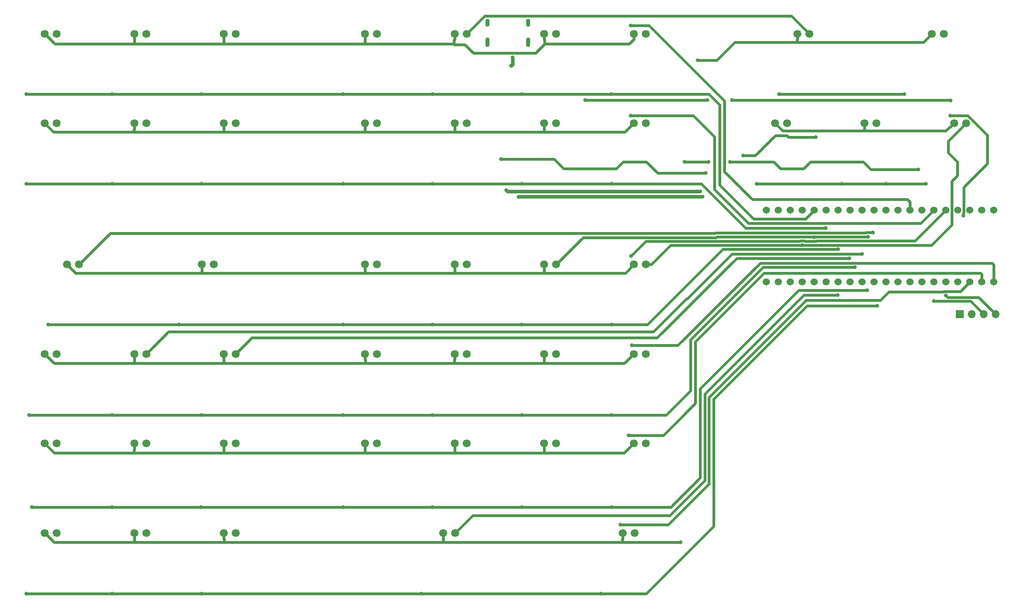
<source format=gtl>
G04 #@! TF.GenerationSoftware,KiCad,Pcbnew,(6.0.7)*
G04 #@! TF.CreationDate,2023-02-05T05:30:46+01:00*
G04 #@! TF.ProjectId,DaVinciKbd,44615669-6e63-4694-9b62-642e6b696361,rev?*
G04 #@! TF.SameCoordinates,Original*
G04 #@! TF.FileFunction,Copper,L1,Top*
G04 #@! TF.FilePolarity,Positive*
%FSLAX46Y46*%
G04 Gerber Fmt 4.6, Leading zero omitted, Abs format (unit mm)*
G04 Created by KiCad (PCBNEW (6.0.7)) date 2023-02-05 05:30:46*
%MOMM*%
%LPD*%
G01*
G04 APERTURE LIST*
G04 #@! TA.AperFunction,ComponentPad*
%ADD10C,1.690600*%
G04 #@! TD*
G04 #@! TA.AperFunction,ComponentPad*
%ADD11R,1.700000X1.700000*%
G04 #@! TD*
G04 #@! TA.AperFunction,ComponentPad*
%ADD12O,1.700000X1.700000*%
G04 #@! TD*
G04 #@! TA.AperFunction,ComponentPad*
%ADD13C,1.524000*%
G04 #@! TD*
G04 #@! TA.AperFunction,ComponentPad*
%ADD14O,0.900000X1.700000*%
G04 #@! TD*
G04 #@! TA.AperFunction,ComponentPad*
%ADD15O,0.900000X2.000000*%
G04 #@! TD*
G04 #@! TA.AperFunction,ViaPad*
%ADD16C,0.800000*%
G04 #@! TD*
G04 #@! TA.AperFunction,Conductor*
%ADD17C,0.600000*%
G04 #@! TD*
G04 #@! TA.AperFunction,Conductor*
%ADD18C,0.800000*%
G04 #@! TD*
G04 APERTURE END LIST*
D10*
X35270000Y-41920000D03*
X32730000Y-41920000D03*
X35270000Y-60920000D03*
X32730000Y-60920000D03*
X35270000Y-109920000D03*
X32730000Y-109920000D03*
X35270000Y-128920000D03*
X32730000Y-128920000D03*
X35270000Y-147920000D03*
X32730000Y-147920000D03*
X54270000Y-41920000D03*
X51730000Y-41920000D03*
X54270000Y-60920000D03*
X51730000Y-60920000D03*
X54270000Y-109920000D03*
X51730000Y-109920000D03*
X54270000Y-128920000D03*
X51730000Y-128920000D03*
X54270000Y-147920000D03*
X51730000Y-147920000D03*
X73270000Y-41920000D03*
X70730000Y-41920000D03*
X73270000Y-60920000D03*
X70730000Y-60920000D03*
X73270000Y-109920000D03*
X70730000Y-109920000D03*
X73270000Y-128920000D03*
X70730000Y-128920000D03*
X73270000Y-147920000D03*
X70730000Y-147920000D03*
X195020000Y-41920000D03*
X192480000Y-41920000D03*
X190270000Y-60920000D03*
X187730000Y-60920000D03*
X209270000Y-60920000D03*
X206730000Y-60920000D03*
X228270000Y-60920000D03*
X225730000Y-60920000D03*
X40020000Y-90920000D03*
X37480000Y-90920000D03*
X103270000Y-60920000D03*
X100730000Y-60920000D03*
X141270000Y-41920000D03*
X138730000Y-41920000D03*
X122270000Y-60920000D03*
X119730000Y-60920000D03*
X103270000Y-41920000D03*
X100730000Y-41920000D03*
X141270000Y-60920000D03*
X138730000Y-60920000D03*
X122270000Y-41920000D03*
X119730000Y-41920000D03*
X160270000Y-60920000D03*
X157730000Y-60920000D03*
X160270000Y-41920000D03*
X157730000Y-41920000D03*
X157970000Y-147920000D03*
X155430000Y-147920000D03*
X160270000Y-128920000D03*
X157730000Y-128920000D03*
X160270000Y-90920000D03*
X157730000Y-90920000D03*
X141270000Y-128920000D03*
X138730000Y-128920000D03*
X141270000Y-109920000D03*
X138730000Y-109920000D03*
X122270000Y-109920000D03*
X119730000Y-109920000D03*
X103270000Y-109920000D03*
X100730000Y-109920000D03*
X141270000Y-90920000D03*
X138730000Y-90920000D03*
X119870000Y-147920000D03*
X117330000Y-147920000D03*
X160270000Y-109920000D03*
X157730000Y-109920000D03*
X122270000Y-128920000D03*
X119730000Y-128920000D03*
X103270000Y-128920000D03*
X100730000Y-128920000D03*
X122270000Y-90920000D03*
X119730000Y-90920000D03*
X223520000Y-41920000D03*
X220980000Y-41920000D03*
X68570000Y-90920000D03*
X66030000Y-90920000D03*
X103270000Y-90920000D03*
X100730000Y-90920000D03*
D11*
X226920000Y-101500000D03*
D12*
X229460000Y-101500000D03*
X232000000Y-101500000D03*
X234540000Y-101500000D03*
D13*
X229050000Y-79380000D03*
X185870000Y-94620000D03*
X190950000Y-94620000D03*
X188410000Y-94620000D03*
X234130000Y-79380000D03*
X231590000Y-79380000D03*
X226510000Y-79380000D03*
X196030000Y-79380000D03*
X198570000Y-79380000D03*
X201110000Y-79380000D03*
X203650000Y-79380000D03*
X206190000Y-79380000D03*
X208730000Y-79380000D03*
X211270000Y-79380000D03*
X213810000Y-79380000D03*
X223970000Y-94620000D03*
X221430000Y-94620000D03*
X218890000Y-94620000D03*
X216350000Y-94620000D03*
X213810000Y-94620000D03*
X211270000Y-94620000D03*
X216350000Y-79380000D03*
X218890000Y-79380000D03*
X208730000Y-94620000D03*
X206190000Y-94620000D03*
X203650000Y-94620000D03*
X201110000Y-94620000D03*
X198570000Y-94620000D03*
X196030000Y-94620000D03*
X193490000Y-94620000D03*
X221430000Y-79380000D03*
X223970000Y-79380000D03*
X234130000Y-94620000D03*
X231590000Y-94620000D03*
X229050000Y-94620000D03*
X226510000Y-94620000D03*
X188410000Y-79380000D03*
X190950000Y-79380000D03*
X193490000Y-79380000D03*
X185870000Y-79380000D03*
D14*
X126680000Y-39560000D03*
X135320000Y-39560000D03*
D15*
X126680000Y-43730000D03*
X135320000Y-43730000D03*
D16*
X221400000Y-98700000D03*
X224000000Y-97500000D03*
X208499988Y-84099988D03*
X152900000Y-54700000D03*
X47000000Y-54700000D03*
X115000000Y-54700000D03*
X28800000Y-54700000D03*
X134000000Y-54700000D03*
X96000000Y-54700000D03*
X66000000Y-54700000D03*
X157100000Y-40200000D03*
X28800000Y-73800000D03*
X96000000Y-73800000D03*
X198500000Y-83200000D03*
X47000000Y-73800000D03*
X66000000Y-73800000D03*
X134000000Y-73800000D03*
X153000000Y-73800000D03*
X115000000Y-73800000D03*
X153000000Y-103700000D03*
X201100000Y-87700000D03*
X115000000Y-103700000D03*
X96000000Y-103700000D03*
X134000000Y-103700000D03*
X61200000Y-103700000D03*
X33500000Y-103700000D03*
X157100000Y-59300000D03*
X115000000Y-122900000D03*
X204700000Y-91500000D03*
X29400000Y-122900000D03*
X134000000Y-122900000D03*
X47000000Y-122900000D03*
X66000000Y-122900000D03*
X96000000Y-122900000D03*
X153000000Y-122900000D03*
X157200000Y-89100000D03*
X157300000Y-108100000D03*
X207300000Y-96400000D03*
X96000000Y-142400000D03*
X30000000Y-142400000D03*
X65900000Y-142400000D03*
X134000000Y-142400000D03*
X153000000Y-142400000D03*
X47000000Y-142400000D03*
X115000000Y-142400000D03*
X66000000Y-160800000D03*
X112600000Y-160800000D03*
X28800000Y-160800000D03*
X215200000Y-54700000D03*
X150700000Y-160800000D03*
X209400000Y-99700000D03*
X188600000Y-54700000D03*
X47000000Y-160800000D03*
X156700000Y-127200000D03*
X206200000Y-88700000D03*
X203500000Y-89600000D03*
X201000000Y-97400000D03*
X207452001Y-84999990D03*
X196000000Y-85099979D03*
X193500000Y-86800000D03*
X154900000Y-146200000D03*
X201900000Y-73800000D03*
X219700000Y-73800000D03*
X211300000Y-73800000D03*
X183800000Y-73800000D03*
X196410000Y-63900000D03*
X173000000Y-71500000D03*
X181000000Y-67800000D03*
X129550000Y-68500000D03*
X178600000Y-56000000D03*
X147410000Y-56000000D03*
X173300000Y-56000000D03*
X225000000Y-56050000D03*
X178200000Y-69100000D03*
X173600000Y-69100000D03*
X168500000Y-69100000D03*
X218100000Y-70700000D03*
X227662821Y-80572001D03*
X224900000Y-59300000D03*
X171300000Y-47500000D03*
X167700000Y-149900000D03*
X133250000Y-76550000D03*
X131700000Y-48750000D03*
X132000000Y-46900000D03*
X172300000Y-76500000D03*
X171800000Y-75400000D03*
X130650000Y-75150000D03*
D17*
X229200000Y-98700000D02*
X221965685Y-98700000D01*
X221965685Y-98700000D02*
X221400000Y-98700000D01*
X232000000Y-101500000D02*
X229200000Y-98700000D01*
X224399999Y-97899999D02*
X230939999Y-97899999D01*
X230939999Y-97899999D02*
X233690001Y-100650001D01*
X233690001Y-100650001D02*
X234540000Y-101500000D01*
X224000000Y-97500000D02*
X224399999Y-97899999D01*
X174968613Y-84300001D02*
X175068636Y-84199978D01*
X40020000Y-90920000D02*
X46639999Y-84300001D01*
X207019999Y-84099988D02*
X207934303Y-84099988D01*
X207934303Y-84099988D02*
X208499988Y-84099988D01*
X208499988Y-84099988D02*
X208600000Y-84200000D01*
X206920009Y-84199978D02*
X207019999Y-84099988D01*
X46639999Y-84300001D02*
X174968613Y-84300001D01*
X175068636Y-84199978D02*
X206920009Y-84199978D01*
X115000000Y-54700000D02*
X134000000Y-54700000D01*
X152900000Y-54700000D02*
X173700000Y-54700000D01*
X194210000Y-81200000D02*
X196030000Y-79380000D01*
X47000000Y-54700000D02*
X66000000Y-54700000D01*
X66000000Y-54700000D02*
X96000000Y-54700000D01*
X28800000Y-54700000D02*
X47000000Y-54700000D01*
X176000000Y-57000000D02*
X176000000Y-74000000D01*
X176000000Y-74000000D02*
X183200000Y-81200000D01*
X134000000Y-54700000D02*
X152900000Y-54700000D01*
X183200000Y-81200000D02*
X194210000Y-81200000D01*
X173700000Y-54700000D02*
X176000000Y-57000000D01*
X96000000Y-54700000D02*
X115000000Y-54700000D01*
X177000000Y-56200000D02*
X161000000Y-40200000D01*
X161000000Y-40200000D02*
X157100000Y-40200000D01*
X216350000Y-77650000D02*
X215800000Y-77100000D01*
X215800000Y-77100000D02*
X182900000Y-77100000D01*
X182900000Y-77100000D02*
X177000000Y-71200000D01*
X216350000Y-79380000D02*
X216350000Y-77650000D01*
X177000000Y-71200000D02*
X177000000Y-56200000D01*
X66000000Y-73800000D02*
X96000000Y-73800000D01*
X96000000Y-73800000D02*
X115000000Y-73800000D01*
X172100000Y-73800000D02*
X181500000Y-83200000D01*
X181500000Y-83200000D02*
X198500000Y-83200000D01*
X47000000Y-73800000D02*
X66000000Y-73800000D01*
X28800000Y-73800000D02*
X47000000Y-73800000D01*
X115000000Y-73800000D02*
X134000000Y-73800000D01*
X153000000Y-73800000D02*
X172100000Y-73800000D01*
X134000000Y-73800000D02*
X153000000Y-73800000D01*
X96000000Y-103700000D02*
X115000000Y-103700000D01*
X33500000Y-103700000D02*
X61200000Y-103700000D01*
X160610002Y-103700000D02*
X176610002Y-87700000D01*
X200534315Y-87700000D02*
X201100000Y-87700000D01*
X176610002Y-87700000D02*
X200534315Y-87700000D01*
X134000000Y-103700000D02*
X153000000Y-103700000D01*
X153000000Y-103700000D02*
X160610002Y-103700000D01*
X61200000Y-103700000D02*
X96000000Y-103700000D01*
X115000000Y-103700000D02*
X134000000Y-103700000D01*
X174900000Y-65300000D02*
X174900000Y-63800000D01*
X174900000Y-63800000D02*
X170400000Y-59300000D01*
X174900000Y-75000000D02*
X182100000Y-82200000D01*
X170400000Y-59300000D02*
X157100000Y-59300000D01*
X182100000Y-82200000D02*
X218610000Y-82200000D01*
X218610000Y-82200000D02*
X221430000Y-79380000D01*
X174900000Y-65300000D02*
X174900000Y-75000000D01*
X115000000Y-122900000D02*
X134000000Y-122900000D01*
X185200000Y-91500000D02*
X204700000Y-91500000D01*
X29400000Y-122900000D02*
X29965685Y-122900000D01*
X153000000Y-122900000D02*
X164600000Y-122900000D01*
X66000000Y-122900000D02*
X96000000Y-122900000D01*
X96000000Y-122900000D02*
X115000000Y-122900000D01*
X47000000Y-122900000D02*
X66000000Y-122900000D01*
X169800000Y-106900000D02*
X185200000Y-91500000D01*
X134000000Y-122900000D02*
X153000000Y-122900000D01*
X164600000Y-122900000D02*
X169800000Y-117700000D01*
X29965685Y-122900000D02*
X47000000Y-122900000D01*
X169800000Y-117700000D02*
X169800000Y-106900000D01*
X193067999Y-85899999D02*
X193932001Y-85899999D01*
X193932001Y-85899999D02*
X194031991Y-85999989D01*
X217450000Y-85900000D02*
X223208001Y-80141999D01*
X196432003Y-85999989D02*
X196531992Y-85900000D01*
X192968009Y-85999989D02*
X193067999Y-85899999D01*
X196531992Y-85900000D02*
X217450000Y-85900000D01*
X160334326Y-85999989D02*
X192968009Y-85999989D01*
X194031991Y-85999989D02*
X196432003Y-85999989D01*
X160334326Y-85999989D02*
X160300011Y-85999989D01*
X160300011Y-85999989D02*
X157200000Y-89100000D01*
X223208001Y-80141999D02*
X223970000Y-79380000D01*
X233800000Y-90600000D02*
X184600000Y-90600000D01*
X234130000Y-94620000D02*
X234130000Y-90930000D01*
X234130000Y-90930000D02*
X233800000Y-90600000D01*
X184600000Y-90600000D02*
X167100000Y-108100000D01*
X167100000Y-108100000D02*
X157300000Y-108100000D01*
X65900000Y-142400000D02*
X96000000Y-142400000D01*
X96000000Y-142400000D02*
X115000000Y-142400000D01*
X153000000Y-142400000D02*
X165600000Y-142400000D01*
X192700000Y-96400000D02*
X207300000Y-96400000D01*
X165600000Y-142400000D02*
X171800000Y-136200000D01*
X171800000Y-117300000D02*
X192700000Y-96400000D01*
X30000000Y-142400000D02*
X47000000Y-142400000D01*
X115000000Y-142400000D02*
X134000000Y-142400000D01*
X47000000Y-142400000D02*
X65900000Y-142400000D01*
X171800000Y-136200000D02*
X171800000Y-117300000D01*
X134000000Y-142400000D02*
X153000000Y-142400000D01*
X66000000Y-160800000D02*
X112600000Y-160800000D01*
X188600000Y-54700000D02*
X215200000Y-54700000D01*
X28800000Y-160800000D02*
X47000000Y-160800000D01*
X47000000Y-160800000D02*
X66000000Y-160800000D01*
X160400000Y-160800000D02*
X174700000Y-146500000D01*
X174700000Y-119500000D02*
X194500000Y-99700000D01*
X208834315Y-99700000D02*
X209400000Y-99700000D01*
X194500000Y-99700000D02*
X208834315Y-99700000D01*
X112600000Y-160800000D02*
X150700000Y-160800000D01*
X174700000Y-146500000D02*
X174700000Y-119500000D01*
X150700000Y-160800000D02*
X160400000Y-160800000D01*
X170800000Y-107300000D02*
X185400000Y-92700000D01*
X231300000Y-92700000D02*
X231590000Y-92990000D01*
X185400000Y-92700000D02*
X231300000Y-92700000D01*
X170800000Y-120381046D02*
X170800000Y-107300000D01*
X164000000Y-127200000D02*
X168500000Y-122700000D01*
X156700000Y-127200000D02*
X164000000Y-127200000D01*
X231590000Y-92990000D02*
X231590000Y-94620000D01*
X168500000Y-122700000D02*
X168500000Y-122681046D01*
X168500000Y-122681046D02*
X170800000Y-120381046D01*
X178600000Y-88700000D02*
X206200000Y-88700000D01*
X168900000Y-98200000D02*
X169100000Y-98200000D01*
X169100000Y-98200000D02*
X178600000Y-88700000D01*
X161900000Y-105200000D02*
X168900000Y-98200000D01*
X54270000Y-109920000D02*
X58990000Y-105200000D01*
X58990000Y-105200000D02*
X161900000Y-105200000D01*
X179600000Y-89600000D02*
X203500000Y-89600000D01*
X73270000Y-109920000D02*
X76690000Y-106500000D01*
X162700000Y-106500000D02*
X179600000Y-89600000D01*
X76690000Y-106500000D02*
X162700000Y-106500000D01*
X172800000Y-118400000D02*
X193800000Y-97400000D01*
X119870000Y-147920000D02*
X123590000Y-144200000D01*
X123590000Y-144200000D02*
X165400000Y-144200000D01*
X172800000Y-136800000D02*
X172800000Y-118400000D01*
X193800000Y-97400000D02*
X201000000Y-97400000D01*
X165400000Y-144200000D02*
X172800000Y-136800000D01*
X191200000Y-38100000D02*
X194174701Y-41074701D01*
X122270000Y-41920000D02*
X126090000Y-38100000D01*
X194174701Y-41074701D02*
X195020000Y-41920000D01*
X126090000Y-38100000D02*
X191200000Y-38100000D01*
X141270000Y-90920000D02*
X146990022Y-85199978D01*
X146990022Y-85199978D02*
X175200022Y-85199978D01*
X175200022Y-85199978D02*
X175400010Y-84999990D01*
X175400010Y-84999990D02*
X206886316Y-84999990D01*
X206886316Y-84999990D02*
X207452001Y-84999990D01*
X225247999Y-73252003D02*
X226460001Y-72040001D01*
X165585434Y-86800000D02*
X193500000Y-86800000D01*
X161465434Y-90920000D02*
X165585434Y-86800000D01*
X225247999Y-82502001D02*
X225247999Y-73252003D01*
X193500000Y-86800000D02*
X220950000Y-86800000D01*
X226460001Y-72040001D02*
X226460001Y-69160003D01*
X224499999Y-64690001D02*
X228270000Y-60920000D01*
X226460001Y-69160003D02*
X224499999Y-67200001D01*
X160270000Y-90920000D02*
X161465434Y-90920000D01*
X220950000Y-86800000D02*
X225247999Y-82502001D01*
X224499999Y-67200001D02*
X224499999Y-64690001D01*
X223467998Y-96700000D02*
X211900000Y-96700000D01*
X173700000Y-137500000D02*
X165000000Y-146200000D01*
X194350000Y-98500000D02*
X173700000Y-119150000D01*
X210100000Y-98500000D02*
X194350000Y-98500000D01*
X173700000Y-119150000D02*
X173700000Y-137500000D01*
X227070001Y-96599999D02*
X223567999Y-96599999D01*
X165000000Y-146200000D02*
X154900000Y-146200000D01*
X211900000Y-96700000D02*
X210100000Y-98500000D01*
X223567999Y-96599999D02*
X223467998Y-96700000D01*
X229050000Y-94620000D02*
X227070001Y-96599999D01*
X201900000Y-73800000D02*
X219700000Y-73800000D01*
X183800000Y-73800000D02*
X201900000Y-73800000D01*
X181000000Y-67800000D02*
X183499998Y-67800000D01*
X190200001Y-63499999D02*
X190600002Y-63900000D01*
X130115685Y-68500000D02*
X129550000Y-68500000D01*
X187799999Y-63499999D02*
X190200001Y-63499999D01*
X155499999Y-69079999D02*
X154039997Y-70540001D01*
X140809998Y-68500000D02*
X130115685Y-68500000D01*
X154039997Y-70540001D02*
X142849999Y-70540001D01*
X190600002Y-63900000D02*
X196410000Y-63900000D01*
X183499998Y-67800000D02*
X187799999Y-63499999D01*
X162809998Y-71500000D02*
X160389997Y-69079999D01*
X160389997Y-69079999D02*
X155499999Y-69079999D01*
X142849999Y-70540001D02*
X140809998Y-68500000D01*
X173000000Y-71500000D02*
X162809998Y-71500000D01*
X224950000Y-56000000D02*
X225000000Y-56050000D01*
X147410000Y-56000000D02*
X173300000Y-56000000D01*
X178600000Y-56000000D02*
X224950000Y-56000000D01*
X206420001Y-69079999D02*
X195230003Y-69079999D01*
X188880003Y-70540001D02*
X187420001Y-69079999D01*
X173600000Y-69100000D02*
X168500000Y-69100000D01*
X195230003Y-69079999D02*
X193770001Y-70540001D01*
X187420001Y-69079999D02*
X178220001Y-69079999D01*
X178220001Y-69079999D02*
X178200000Y-69100000D01*
X208040002Y-70700000D02*
X206420001Y-69079999D01*
X218100000Y-70700000D02*
X208040002Y-70700000D01*
X193770001Y-70540001D02*
X188880003Y-70540001D01*
X227662821Y-80006316D02*
X227662821Y-80572001D01*
X228641046Y-59300000D02*
X232810001Y-63468955D01*
X232810001Y-63468955D02*
X232810001Y-69500001D01*
X227787999Y-79881138D02*
X227662821Y-80006316D01*
X227787999Y-74522003D02*
X232810001Y-69500001D01*
X227787999Y-74522003D02*
X227787999Y-79881138D01*
X228641046Y-59300000D02*
X224900000Y-59300000D01*
X138730000Y-41920000D02*
X138730000Y-43115434D01*
X100730000Y-41920000D02*
X100730000Y-44070000D01*
X136900000Y-46000000D02*
X123700002Y-46000000D01*
X70700000Y-44100000D02*
X51700000Y-44100000D01*
X34910000Y-44100000D02*
X32730000Y-41920000D01*
X119600000Y-43245434D02*
X119600000Y-44100000D01*
X70700000Y-43145434D02*
X70700000Y-44100000D01*
X119600000Y-44100000D02*
X100700000Y-44100000D01*
X138800000Y-43185434D02*
X138800000Y-44100000D01*
X51700000Y-44100000D02*
X34910000Y-44100000D01*
X70730000Y-43115434D02*
X70700000Y-43145434D01*
X156745434Y-44100000D02*
X138800000Y-44100000D01*
X157730000Y-43115434D02*
X156745434Y-44100000D01*
X138800000Y-44100000D02*
X136900000Y-46000000D01*
X119700000Y-44200000D02*
X119600000Y-44100000D01*
X119730000Y-43115434D02*
X119600000Y-43245434D01*
X51730000Y-41920000D02*
X51730000Y-44070000D01*
X51730000Y-44070000D02*
X51700000Y-44100000D01*
X123700002Y-46000000D02*
X121900002Y-44200000D01*
X157730000Y-41920000D02*
X157730000Y-43115434D01*
X100700000Y-44100000D02*
X70700000Y-44100000D01*
X121900002Y-44200000D02*
X119700000Y-44200000D01*
X138730000Y-43115434D02*
X138800000Y-43185434D01*
X100730000Y-44070000D02*
X100700000Y-44100000D01*
X70730000Y-41920000D02*
X70730000Y-43115434D01*
X119730000Y-41920000D02*
X119730000Y-43115434D01*
X155850000Y-62800000D02*
X138800000Y-62800000D01*
X70730000Y-60920000D02*
X70730000Y-62115434D01*
X119700000Y-62800000D02*
X100700000Y-62800000D01*
X138800000Y-62800000D02*
X119700000Y-62800000D01*
X70700000Y-62800000D02*
X51700000Y-62800000D01*
X157730000Y-60920000D02*
X155850000Y-62800000D01*
X138730000Y-62730000D02*
X138800000Y-62800000D01*
X138730000Y-60920000D02*
X138730000Y-62730000D01*
X100730000Y-62770000D02*
X100700000Y-62800000D01*
X51700000Y-62145434D02*
X51700000Y-62800000D01*
X100730000Y-60920000D02*
X100730000Y-62770000D01*
X70700000Y-62145434D02*
X70700000Y-62800000D01*
X119730000Y-60920000D02*
X119730000Y-62770000D01*
X51730000Y-62115434D02*
X51700000Y-62145434D01*
X51730000Y-60920000D02*
X51730000Y-62115434D01*
X119730000Y-62770000D02*
X119700000Y-62800000D01*
X70730000Y-62115434D02*
X70700000Y-62145434D01*
X100700000Y-62800000D02*
X70700000Y-62800000D01*
X34610000Y-62800000D02*
X32730000Y-60920000D01*
X51700000Y-62800000D02*
X34610000Y-62800000D01*
X119730000Y-92670000D02*
X119700000Y-92700000D01*
X156000000Y-92700000D02*
X138700000Y-92700000D01*
X138700000Y-92145434D02*
X138700000Y-92700000D01*
X138730000Y-92115434D02*
X138700000Y-92145434D01*
X138730000Y-90920000D02*
X138730000Y-92115434D01*
X100700000Y-92700000D02*
X66100000Y-92700000D01*
X66030000Y-90920000D02*
X66030000Y-92630000D01*
X156884701Y-91765299D02*
X156884701Y-91815299D01*
X66100000Y-92700000D02*
X39260000Y-92700000D01*
X119700000Y-92700000D02*
X100700000Y-92700000D01*
X157730000Y-90920000D02*
X156884701Y-91765299D01*
X156884701Y-91815299D02*
X156000000Y-92700000D01*
X119730000Y-90920000D02*
X119730000Y-92670000D01*
X100730000Y-90920000D02*
X100730000Y-92670000D01*
X66030000Y-92630000D02*
X66100000Y-92700000D01*
X39260000Y-92700000D02*
X37480000Y-90920000D01*
X100730000Y-92670000D02*
X100700000Y-92700000D01*
X138700000Y-92700000D02*
X119700000Y-92700000D01*
X119730000Y-111115434D02*
X119700000Y-111145434D01*
X119700000Y-111145434D02*
X119700000Y-111900000D01*
X70700000Y-111900000D02*
X100800000Y-111900000D01*
X138730000Y-111870000D02*
X138700000Y-111900000D01*
X119730000Y-109920000D02*
X119730000Y-111115434D01*
X100730000Y-111115434D02*
X100800000Y-111185434D01*
X51730000Y-111870000D02*
X51700000Y-111900000D01*
X51700000Y-111900000D02*
X70700000Y-111900000D01*
X100800000Y-111185434D02*
X100800000Y-111900000D01*
X51700000Y-111900000D02*
X34710000Y-111900000D01*
X34710000Y-111900000D02*
X32730000Y-109920000D01*
X119700000Y-111900000D02*
X138700000Y-111900000D01*
X70730000Y-109920000D02*
X70730000Y-111870000D01*
X70730000Y-111870000D02*
X70700000Y-111900000D01*
X100730000Y-109920000D02*
X100730000Y-111115434D01*
X155750000Y-111900000D02*
X157730000Y-109920000D01*
X138730000Y-109920000D02*
X138730000Y-111870000D01*
X138700000Y-111900000D02*
X155750000Y-111900000D01*
X100800000Y-111900000D02*
X119700000Y-111900000D01*
X51730000Y-109920000D02*
X51730000Y-111870000D01*
X138730000Y-130870000D02*
X138700000Y-130900000D01*
X154200000Y-130900000D02*
X155700000Y-130900000D01*
X51700000Y-130900000D02*
X67100000Y-130900000D01*
X51700000Y-130900000D02*
X34710000Y-130900000D01*
X138700000Y-130900000D02*
X154200000Y-130900000D01*
X119800000Y-130900000D02*
X135300000Y-130900000D01*
X70730000Y-130870000D02*
X70700000Y-130900000D01*
X51730000Y-128920000D02*
X51730000Y-130115434D01*
X156884701Y-129765299D02*
X156834701Y-129765299D01*
X100730000Y-130870000D02*
X100700000Y-130900000D01*
X67100000Y-130900000D02*
X70700000Y-130900000D01*
X34710000Y-130900000D02*
X32730000Y-128920000D01*
X119730000Y-128920000D02*
X119730000Y-130830000D01*
X135300000Y-130900000D02*
X138700000Y-130900000D01*
X97200000Y-130900000D02*
X100700000Y-130900000D01*
X70730000Y-128920000D02*
X70730000Y-130870000D01*
X100700000Y-130900000D02*
X116300000Y-130900000D01*
X51700000Y-130145434D02*
X51700000Y-130900000D01*
X138730000Y-128920000D02*
X138730000Y-130870000D01*
X70700000Y-130900000D02*
X97200000Y-130900000D01*
X51730000Y-130115434D02*
X51700000Y-130145434D01*
X119730000Y-130830000D02*
X119800000Y-130900000D01*
X157730000Y-128920000D02*
X156884701Y-129765299D01*
X116300000Y-130900000D02*
X119800000Y-130900000D01*
X156834701Y-129765299D02*
X155700000Y-130900000D01*
X100730000Y-128920000D02*
X100730000Y-130870000D01*
X175500000Y-47400000D02*
X175400000Y-47500000D01*
X155430000Y-149115434D02*
X155300000Y-149245434D01*
X220134701Y-42765299D02*
X219200000Y-43700000D01*
X175400000Y-47500000D02*
X171300000Y-47500000D01*
X155300000Y-149245434D02*
X155300000Y-149900000D01*
X34710000Y-149900000D02*
X32730000Y-147920000D01*
X155300000Y-149900000D02*
X153450000Y-149900000D01*
X70730000Y-147920000D02*
X70730000Y-149115434D01*
X117300000Y-149145434D02*
X117300000Y-149900000D01*
X51800000Y-149900000D02*
X34710000Y-149900000D01*
X51730000Y-149830000D02*
X51800000Y-149900000D01*
X192400000Y-43700000D02*
X179200000Y-43700000D01*
X70800000Y-149900000D02*
X117300000Y-149900000D01*
X179200000Y-43700000D02*
X175500000Y-47400000D01*
X155430000Y-147920000D02*
X155430000Y-149115434D01*
X70800000Y-149185434D02*
X70800000Y-149900000D01*
X117330000Y-149115434D02*
X117300000Y-149145434D01*
X192400000Y-43195434D02*
X192400000Y-43700000D01*
X192480000Y-43115434D02*
X192400000Y-43195434D01*
X117300000Y-149900000D02*
X153450000Y-149900000D01*
X192480000Y-41920000D02*
X192480000Y-43115434D01*
X51800000Y-149900000D02*
X70800000Y-149900000D01*
X219200000Y-43700000D02*
X192400000Y-43700000D01*
X51730000Y-147920000D02*
X51730000Y-149830000D01*
X167700000Y-149900000D02*
X155300000Y-149900000D01*
X220980000Y-41920000D02*
X220134701Y-42765299D01*
X117330000Y-147920000D02*
X117330000Y-149115434D01*
X70730000Y-149115434D02*
X70800000Y-149185434D01*
X206800000Y-62500000D02*
X189310000Y-62500000D01*
X206730000Y-60920000D02*
X206730000Y-62430000D01*
X224734701Y-61765299D02*
X224000000Y-62500000D01*
X224884701Y-61765299D02*
X224734701Y-61765299D01*
X225730000Y-60920000D02*
X224884701Y-61765299D01*
X189310000Y-62500000D02*
X187730000Y-60920000D01*
X224000000Y-62500000D02*
X206800000Y-62500000D01*
X206730000Y-62430000D02*
X206800000Y-62500000D01*
D18*
X172300000Y-76500000D02*
X133300000Y-76500000D01*
X132000000Y-46900000D02*
X132000000Y-48450000D01*
X132000000Y-48450000D02*
X131700000Y-48750000D01*
D17*
X133300000Y-76500000D02*
X133250000Y-76550000D01*
D18*
X171800000Y-75400000D02*
X130900000Y-75400000D01*
D17*
X130900000Y-75400000D02*
X130650000Y-75150000D01*
M02*

</source>
